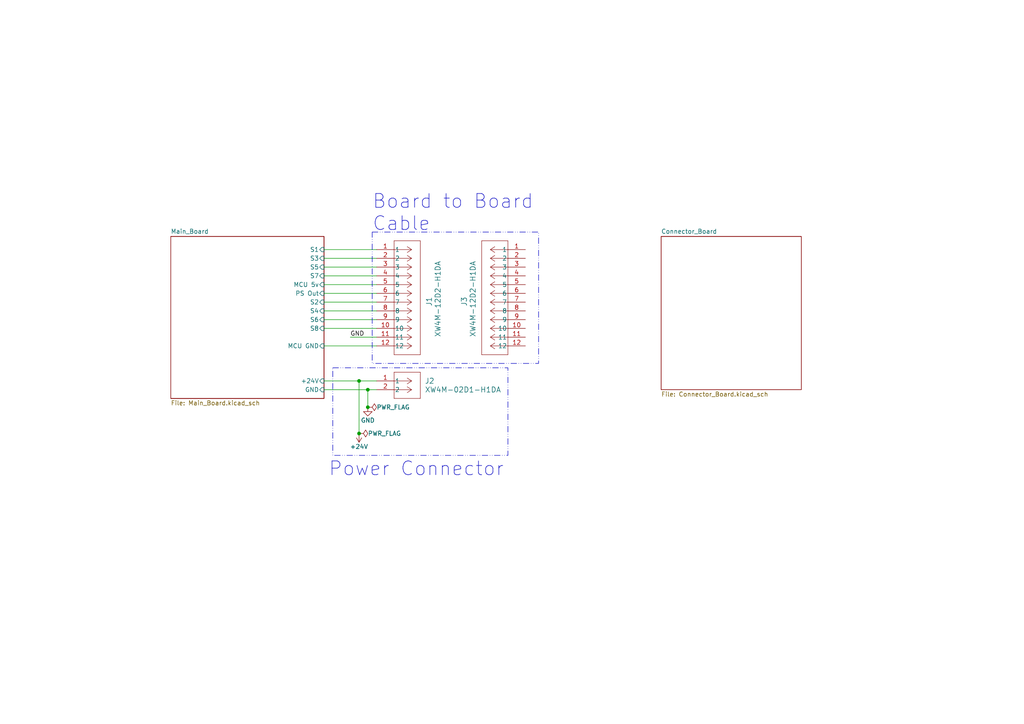
<source format=kicad_sch>
(kicad_sch (version 20230121) (generator eeschema)
  (paper "A4")
  (lib_symbols
    (symbol "power:+24V" (power) (pin_names (offset 0))
      (property "Value" "+24V" (at 0 3.556 0))
      (symbol "+24V_0_1"
        (polyline (pts (xy -0.762 1.27) (xy 0 2.54)))
        (polyline (pts (xy 0 0) (xy 0 2.54)))
        (polyline (pts (xy 0 2.54) (xy 0.762 1.27)))
      )
      (symbol "+24V_1_1"
        (pin power_in line (at 0 0 90) (length 0) hide (name "+24V") (number "1"))
      )
    )
    (symbol "power:GND" (power) (pin_names (offset 0))
      (property "Value" "GND" (at 0 -3.81 0))
      (symbol "GND_0_1"
        (polyline (pts (xy 0 0) (xy 0 -1.27) (xy 1.27 -1.27) (xy 0 -2.54) (xy -1.27 -1.27) (xy 0 -1.27)))
      )
      (symbol "GND_1_1"
        (pin power_in line (at 0 0 270) (length 0) hide (name "GND") (number "1"))
      )
    )
    (symbol "power:PWR_FLAG" (power) (pin_numbers hide) (pin_names (offset 0) hide)
      (property "Value" "PWR_FLAG" (at 0 3.81 0))
      (symbol "PWR_FLAG_0_0"
        (pin power_out line (at 0 0 90) (length 0) (name "pwr") (number "1"))
      )
      (symbol "PWR_FLAG_0_1"
        (polyline (pts (xy 0 0) (xy 0 1.27) (xy -1.016 1.905) (xy 0 2.54) (xy 1.016 1.905) (xy 0 1.27)))
      )
    )
    (symbol "xw4m-02d1-h1da:XW4M-02D1-H1DA" (pin_names (offset 0.254))
      (property "Reference" "J" (at 8.89 6.35 0))
      (property "Value" "XW4M-02D1-H1DA" (at 0 0 0))
      (symbol "XW4M-02D1-H1DA_0_1"
        (polyline (pts (xy 5.08 -5.08) (xy 12.7 -5.08)) (stroke (width 0.127)))
        (polyline (pts (xy 5.08 2.54) (xy 5.08 -5.08)) (stroke (width 0.127)))
        (polyline (pts (xy 10.16 -2.54) (xy 5.08 -2.54)) (stroke (width 0.127)))
        (polyline (pts (xy 10.16 -2.54) (xy 8.89 -3.3867)) (stroke (width 0.127)))
        (polyline (pts (xy 10.16 -2.54) (xy 8.89 -1.6933)) (stroke (width 0.127)))
        (polyline (pts (xy 10.16 0) (xy 5.08 0)) (stroke (width 0.127)))
        (polyline (pts (xy 10.16 0) (xy 8.89 -0.8467)) (stroke (width 0.127)))
        (polyline (pts (xy 10.16 0) (xy 8.89 0.8467)) (stroke (width 0.127)))
        (polyline (pts (xy 12.7 -5.08) (xy 12.7 2.54)) (stroke (width 0.127)))
        (polyline (pts (xy 12.7 2.54) (xy 5.08 2.54)) (stroke (width 0.127)))
        (pin unspecified line (at 0 0 0) (length 5.08) (name "1") (number "1"))
        (pin unspecified line (at 0 -2.54 0) (length 5.08) (name "2") (number "2"))
      )
    )
    (symbol "xw4m-12d2-h1da:XW4M-12D2-H1DA" (pin_names (offset 0.254))
      (property "Reference" "J" (at 8.89 6.35 0))
      (property "Value" "XW4M-12D2-H1DA" (at 0 0 0))
      (symbol "XW4M-12D2-H1DA_1_1"
        (polyline (pts (xy 5.08 -30.48) (xy 12.7 -30.48)) (stroke (width 0.127)))
        (polyline (pts (xy 5.08 2.54) (xy 5.08 -30.48)) (stroke (width 0.127)))
        (polyline (pts (xy 10.16 -27.94) (xy 5.08 -27.94)) (stroke (width 0.127)))
        (polyline (pts (xy 10.16 -27.94) (xy 8.89 -28.7867)) (stroke (width 0.127)))
        (polyline (pts (xy 10.16 -27.94) (xy 8.89 -27.0933)) (stroke (width 0.127)))
        (polyline (pts (xy 10.16 -25.4) (xy 5.08 -25.4)) (stroke (width 0.127)))
        (polyline (pts (xy 10.16 -25.4) (xy 8.89 -26.2467)) (stroke (width 0.127)))
        (polyline (pts (xy 10.16 -25.4) (xy 8.89 -24.5533)) (stroke (width 0.127)))
        (polyline (pts (xy 10.16 -22.86) (xy 5.08 -22.86)) (stroke (width 0.127)))
        (polyline (pts (xy 10.16 -22.86) (xy 8.89 -23.7067)) (stroke (width 0.127)))
        (polyline (pts (xy 10.16 -22.86) (xy 8.89 -22.0133)) (stroke (width 0.127)))
        (polyline (pts (xy 10.16 -20.32) (xy 5.08 -20.32)) (stroke (width 0.127)))
        (polyline (pts (xy 10.16 -20.32) (xy 8.89 -21.1667)) (stroke (width 0.127)))
        (polyline (pts (xy 10.16 -20.32) (xy 8.89 -19.4733)) (stroke (width 0.127)))
        (polyline (pts (xy 10.16 -17.78) (xy 5.08 -17.78)) (stroke (width 0.127)))
        (polyline (pts (xy 10.16 -17.78) (xy 8.89 -18.6267)) (stroke (width 0.127)))
        (polyline (pts (xy 10.16 -17.78) (xy 8.89 -16.9333)) (stroke (width 0.127)))
        (polyline (pts (xy 10.16 -15.24) (xy 5.08 -15.24)) (stroke (width 0.127)))
        (polyline (pts (xy 10.16 -15.24) (xy 8.89 -16.0867)) (stroke (width 0.127)))
        (polyline (pts (xy 10.16 -15.24) (xy 8.89 -14.3933)) (stroke (width 0.127)))
        (polyline (pts (xy 10.16 -12.7) (xy 5.08 -12.7)) (stroke (width 0.127)))
        (polyline (pts (xy 10.16 -12.7) (xy 8.89 -13.5467)) (stroke (width 0.127)))
        (polyline (pts (xy 10.16 -12.7) (xy 8.89 -11.8533)) (stroke (width 0.127)))
        (polyline (pts (xy 10.16 -10.16) (xy 5.08 -10.16)) (stroke (width 0.127)))
        (polyline (pts (xy 10.16 -10.16) (xy 8.89 -11.0067)) (stroke (width 0.127)))
        (polyline (pts (xy 10.16 -10.16) (xy 8.89 -9.3133)) (stroke (width 0.127)))
        (polyline (pts (xy 10.16 -7.62) (xy 5.08 -7.62)) (stroke (width 0.127)))
        (polyline (pts (xy 10.16 -7.62) (xy 8.89 -8.4667)) (stroke (width 0.127)))
        (polyline (pts (xy 10.16 -7.62) (xy 8.89 -6.7733)) (stroke (width 0.127)))
        (polyline (pts (xy 10.16 -5.08) (xy 5.08 -5.08)) (stroke (width 0.127)))
        (polyline (pts (xy 10.16 -5.08) (xy 8.89 -5.9267)) (stroke (width 0.127)))
        (polyline (pts (xy 10.16 -5.08) (xy 8.89 -4.2333)) (stroke (width 0.127)))
        (polyline (pts (xy 10.16 -2.54) (xy 5.08 -2.54)) (stroke (width 0.127)))
        (polyline (pts (xy 10.16 -2.54) (xy 8.89 -3.3867)) (stroke (width 0.127)))
        (polyline (pts (xy 10.16 -2.54) (xy 8.89 -1.6933)) (stroke (width 0.127)))
        (polyline (pts (xy 10.16 0) (xy 5.08 0)) (stroke (width 0.127)))
        (polyline (pts (xy 10.16 0) (xy 8.89 -0.8467)) (stroke (width 0.127)))
        (polyline (pts (xy 10.16 0) (xy 8.89 0.8467)) (stroke (width 0.127)))
        (polyline (pts (xy 12.7 -30.48) (xy 12.7 2.54)) (stroke (width 0.127)))
        (polyline (pts (xy 12.7 2.54) (xy 5.08 2.54)) (stroke (width 0.127)))
        (pin unspecified line (at 0 0 0) (length 5.08) (name "1") (number "1"))
        (pin unspecified line (at 0 -22.86 0) (length 5.08) (name "10") (number "10"))
        (pin unspecified line (at 0 -25.4 0) (length 5.08) (name "11") (number "11"))
        (pin unspecified line (at 0 -27.94 0) (length 5.08) (name "12") (number "12"))
        (pin unspecified line (at 0 -2.54 0) (length 5.08) (name "2") (number "2"))
        (pin unspecified line (at 0 -5.08 0) (length 5.08) (name "3") (number "3"))
        (pin unspecified line (at 0 -7.62 0) (length 5.08) (name "4") (number "4"))
        (pin unspecified line (at 0 -10.16 0) (length 5.08) (name "5") (number "5"))
        (pin unspecified line (at 0 -12.7 0) (length 5.08) (name "6") (number "6"))
        (pin unspecified line (at 0 -15.24 0) (length 5.08) (name "7") (number "7"))
        (pin unspecified line (at 0 -17.78 0) (length 5.08) (name "8") (number "8"))
        (pin unspecified line (at 0 -20.32 0) (length 5.08) (name "9") (number "9"))
      )
    )
  )
  (junction (at 104.14 125.73))
  (junction (at 106.68 113.03))
  (junction (at 106.68 118.11))
  (junction (at 104.14 110.49))
  (wire (pts (xy 93.98 95.25) (xy 109.22 95.25)))
  (wire (pts (xy 93.98 80.01) (xy 109.22 80.01)))
  (wire (pts (xy 93.98 90.17) (xy 109.22 90.17)))
  (wire (pts (xy 106.68 118.11) (xy 106.68 113.03)))
  (wire (pts (xy 104.14 110.49) (xy 109.22 110.49)))
  (wire (pts (xy 93.98 82.55) (xy 109.22 82.55)))
  (wire (pts (xy 93.98 72.39) (xy 109.22 72.39)))
  (wire (pts (xy 93.98 77.47) (xy 109.22 77.47)))
  (wire (pts (xy 101.6 97.79) (xy 109.22 97.79)))
  (wire (pts (xy 93.98 100.33) (xy 109.22 100.33)))
  (wire (pts (xy 93.98 85.09) (xy 109.22 85.09)))
  (wire (pts (xy 93.98 110.49) (xy 104.14 110.49)))
  (wire (pts (xy 106.68 113.03) (xy 109.22 113.03)))
  (wire (pts (xy 93.98 87.63) (xy 109.22 87.63)))
  (wire (pts (xy 93.98 113.03) (xy 106.68 113.03)))
  (wire (pts (xy 104.14 110.49) (xy 104.14 125.73)))
  (wire (pts (xy 93.98 92.71) (xy 109.22 92.71)))
  (wire (pts (xy 93.98 74.93) (xy 109.22 74.93)))
  (rectangle (start 96.52 106.68) (end 147.32 132.08) (stroke (width 0) (type dash_dot_dot)))
  (rectangle (start 107.95 67.31) (end 156.21 105.41) (stroke (width 0) (type dash_dot_dot)))
  (text "Board to Board\nCable" (at 107.95 67.31 0) (effects (font (size 4 4)) (justify left bottom)))
  (text "Power Connector" (at 95.25 138.43 0) (effects (font (size 4 4)) (justify left bottom)))
  (label "GND" (at 101.6 97.79 0))
  (symbol (lib_id "power:PWR_FLAG") (at 104.14 125.73 270) (unit 1)
    (property "Reference" "#FLG01" (effects hide))
    (property "Value" "PWR_FLAG" (at 106.68 125.73 90) (effects (justify left)))
  )
  (symbol (lib_id "power:GND") (at 106.68 118.11 0) (unit 1)
    (property "Reference" "#PWR02" (effects hide))
    (property "Value" "GND" (at 106.68 121.92 0))
  )
  (symbol (lib_id "xw4m-12d2-h1da:XW4M-12D2-H1DA") (at 152.4 72.39 0) (mirror y) (unit 1)
    (property "Reference" "J3" (at 134.62 88.9 90) (effects (font (size 1.524 1.524)) (justify left)))
    (property "Value" "XW4M-12D2-H1DA" (at 137.16 97.79 90) (effects (font (size 1.524 1.524)) (justify left)))
    (property "Footprint" "xw4m-12d2-h1da:xw4m-12d2-h1da" (effects hide))
    (property "Datasheet" "XW4M-12D2-H1DA" (effects hide))
  )
  (symbol (lib_id "xw4m-12d2-h1da:XW4M-12D2-H1DA") (at 109.22 72.39 0) (unit 1)
    (property "Reference" "J1" (at 124.46 88.9 90) (effects (font (size 1.524 1.524)) (justify left)))
    (property "Value" "XW4M-12D2-H1DA" (at 127 97.79 90) (effects (font (size 1.524 1.524)) (justify left)))
    (property "Footprint" "xw4m-12d2-h1da:xw4m-12d2-h1da" (effects hide))
    (property "Datasheet" "XW4M-12D2-H1DA" (effects hide))
  )
  (symbol (lib_id "xw4m-02d1-h1da:XW4M-02D1-H1DA") (at 109.22 110.49 0) (unit 1)
    (property "Reference" "J2" (at 123.19 110.49 0) (effects (font (size 1.524 1.524)) (justify left)))
    (property "Value" "XW4M-02D1-H1DA" (at 123.19 113.03 0) (effects (font (size 1.524 1.524)) (justify left)))
    (property "Footprint" "xw4m-02d1-h1da:xw4m-02d1-h1da" (effects hide))
    (property "Datasheet" "XW4M-02D1-H1DA" (effects hide))
  )
  (symbol (lib_id "power:PWR_FLAG") (at 106.68 118.11 270) (unit 1)
    (property "Reference" "#FLG02" (effects hide))
    (property "Value" "PWR_FLAG" (at 109.22 118.11 90) (effects (justify left)))
  )
  (symbol (lib_id "power:+24V") (at 104.14 125.73 180) (unit 1)
    (property "Reference" "#PWR01" (effects hide))
    (property "Value" "+24V" (at 104.14 129.54 0))
  )
  (sheet (at 191.77 68.58) (size 40.64 44.45) (stroke (width 0.1524))
    (property "Sheetname" "Connector_Board" (at 191.77 67.8684 0) (effects (justify left bottom)))
    (property "Sheetfile" "Connector_Board.kicad_sch" (at 191.77 113.6146 0) (effects (justify left top)))
  )
  (sheet (at 49.53 68.58) (size 44.45 46.99) (stroke (width 0.1524))
    (property "Sheetname" "Main_Board" (at 49.53 67.8684 0) (effects (justify left bottom)))
    (property "Sheetfile" "Main_Board.kicad_sch" (at 49.53 116.1546 0) (effects (justify left top)))
    (pin "S8" input (at 93.98 95.25 0))
    (pin "S6" input (at 93.98 92.71 0))
    (pin "S7" input (at 93.98 80.01 0))
    (pin "S4" input (at 93.98 90.17 0))
    (pin "S5" input (at 93.98 77.47 0))
    (pin "+24V" input (at 93.98 110.49 0))
    (pin "GND" input (at 93.98 113.03 0))
    (pin "S3" input (at 93.98 74.93 0))
    (pin "S1" input (at 93.98 72.39 0))
    (pin "S2" input (at 93.98 87.63 0))
    (pin "MCU GND" input (at 93.98 100.33 0))
    (pin "PS Out" input (at 93.98 85.09 0))
    (pin "MCU 5v" input (at 93.98 82.55 0))
  )
)
</source>
